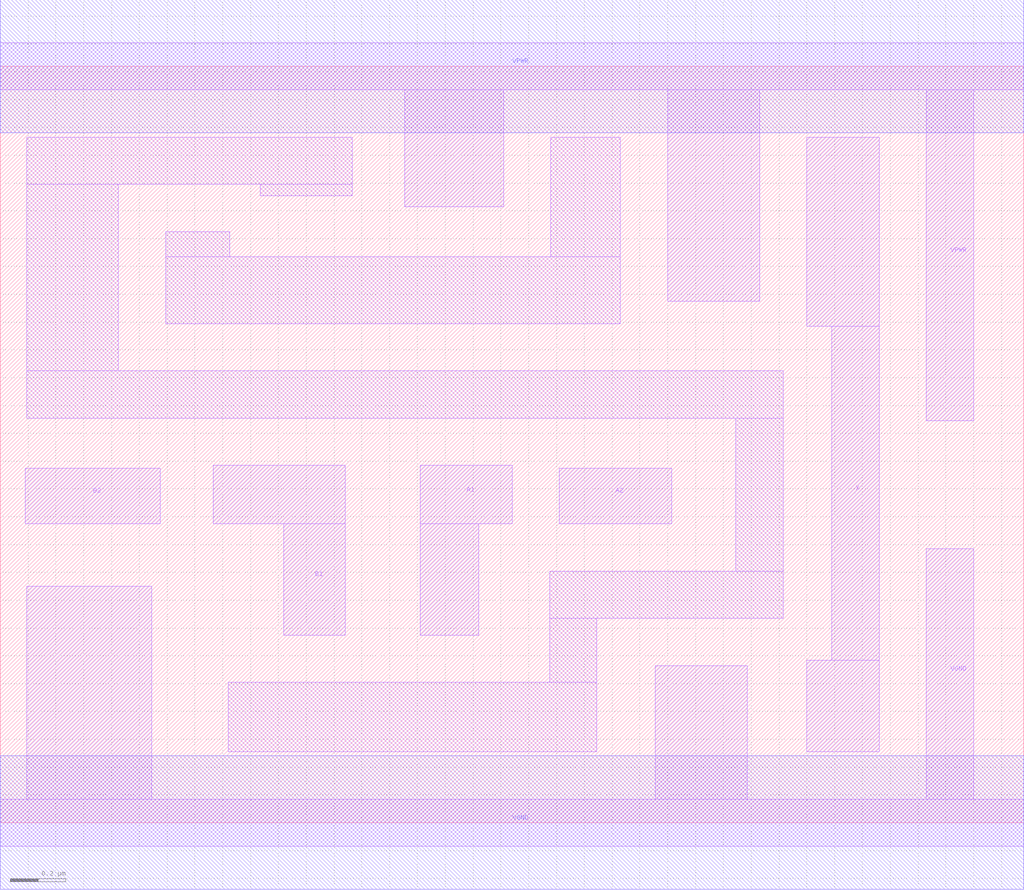
<source format=lef>
# Copyright 2020 The SkyWater PDK Authors
#
# Licensed under the Apache License, Version 2.0 (the "License");
# you may not use this file except in compliance with the License.
# You may obtain a copy of the License at
#
#     https://www.apache.org/licenses/LICENSE-2.0
#
# Unless required by applicable law or agreed to in writing, software
# distributed under the License is distributed on an "AS IS" BASIS,
# WITHOUT WARRANTIES OR CONDITIONS OF ANY KIND, either express or implied.
# See the License for the specific language governing permissions and
# limitations under the License.
#
# SPDX-License-Identifier: Apache-2.0

VERSION 5.5 ;
NAMESCASESENSITIVE ON ;
BUSBITCHARS "[]" ;
DIVIDERCHAR "/" ;
MACRO sky130_fd_sc_hd__a22o_2
  CLASS CORE ;
  SOURCE USER ;
  ORIGIN  0.000000  0.000000 ;
  SIZE  3.680000 BY  2.720000 ;
  SYMMETRY X Y R90 ;
  SITE unithd ;
  PIN A1
    ANTENNAGATEAREA  0.247500 ;
    DIRECTION INPUT ;
    USE SIGNAL ;
    PORT
      LAYER li1 ;
        RECT 1.510000 0.675000 1.720000 1.075000 ;
        RECT 1.510000 1.075000 1.840000 1.285000 ;
    END
  END A1
  PIN A2
    ANTENNAGATEAREA  0.247500 ;
    DIRECTION INPUT ;
    USE SIGNAL ;
    PORT
      LAYER li1 ;
        RECT 2.010000 1.075000 2.415000 1.275000 ;
    END
  END A2
  PIN B1
    ANTENNAGATEAREA  0.247500 ;
    DIRECTION INPUT ;
    USE SIGNAL ;
    PORT
      LAYER li1 ;
        RECT 0.765000 1.075000 1.240000 1.285000 ;
        RECT 1.020000 0.675000 1.240000 1.075000 ;
    END
  END B1
  PIN B2
    ANTENNAGATEAREA  0.247500 ;
    DIRECTION INPUT ;
    USE SIGNAL ;
    PORT
      LAYER li1 ;
        RECT 0.090000 1.075000 0.575000 1.275000 ;
    END
  END B2
  PIN X
    ANTENNADIFFAREA  0.445500 ;
    DIRECTION OUTPUT ;
    USE SIGNAL ;
    PORT
      LAYER li1 ;
        RECT 2.900000 0.255000 3.160000 0.585000 ;
        RECT 2.900000 1.785000 3.160000 2.465000 ;
        RECT 2.990000 0.585000 3.160000 1.785000 ;
    END
  END X
  PIN VGND
    DIRECTION INOUT ;
    SHAPE ABUTMENT ;
    USE GROUND ;
    PORT
      LAYER li1 ;
        RECT 0.000000 -0.085000 3.680000 0.085000 ;
        RECT 0.095000  0.085000 0.545000 0.850000 ;
        RECT 2.355000  0.085000 2.685000 0.565000 ;
        RECT 3.330000  0.085000 3.500000 0.985000 ;
    END
    PORT
      LAYER met1 ;
        RECT 0.000000 -0.240000 3.680000 0.240000 ;
    END
  END VGND
  PIN VPWR
    DIRECTION INOUT ;
    SHAPE ABUTMENT ;
    USE POWER ;
    PORT
      LAYER li1 ;
        RECT 0.000000 2.635000 3.680000 2.805000 ;
        RECT 1.455000 2.215000 1.810000 2.635000 ;
        RECT 2.400000 1.875000 2.730000 2.635000 ;
        RECT 3.330000 1.445000 3.500000 2.635000 ;
    END
    PORT
      LAYER met1 ;
        RECT 0.000000 2.480000 3.680000 2.960000 ;
    END
  END VPWR
  OBS
    LAYER li1 ;
      RECT 0.095000 1.455000 2.815000 1.625000 ;
      RECT 0.095000 1.625000 0.425000 2.295000 ;
      RECT 0.095000 2.295000 1.265000 2.465000 ;
      RECT 0.595000 1.795000 2.230000 2.035000 ;
      RECT 0.595000 2.035000 0.825000 2.125000 ;
      RECT 0.820000 0.255000 2.145000 0.505000 ;
      RECT 0.935000 2.255000 1.265000 2.295000 ;
      RECT 1.975000 0.505000 2.145000 0.735000 ;
      RECT 1.975000 0.735000 2.815000 0.905000 ;
      RECT 1.980000 2.035000 2.230000 2.465000 ;
      RECT 2.645000 0.905000 2.815000 1.455000 ;
  END
END sky130_fd_sc_hd__a22o_2

</source>
